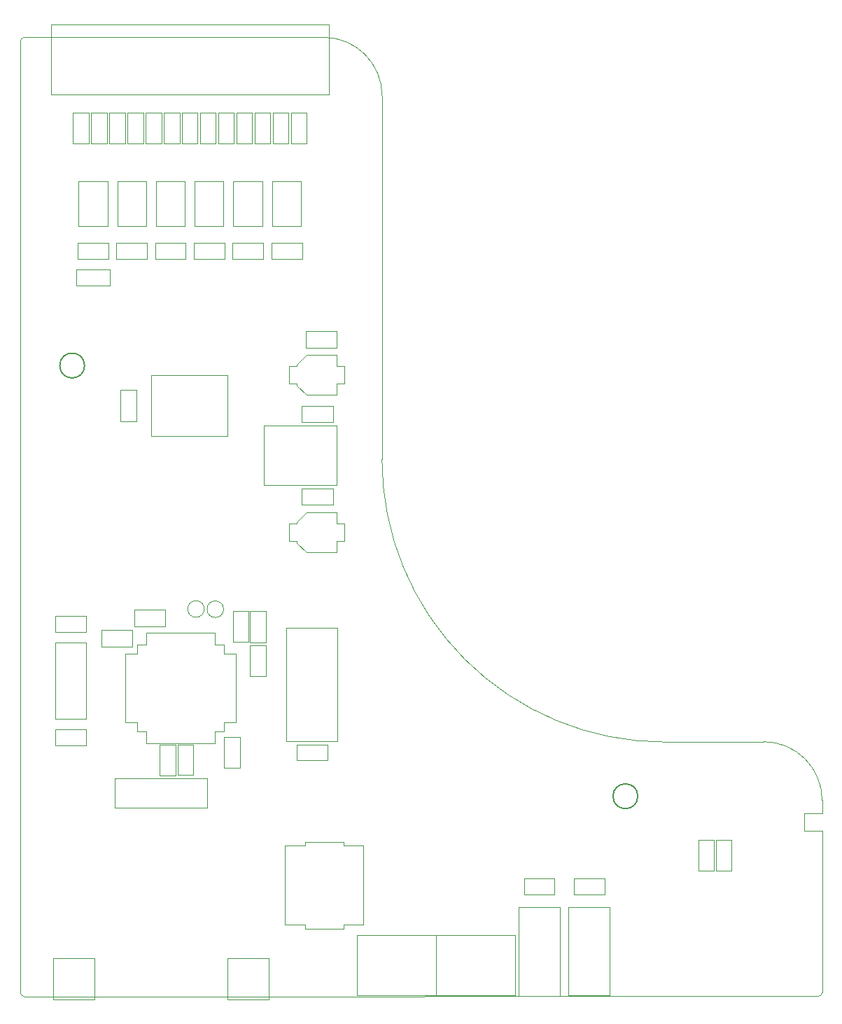
<source format=gbr>
G04 #@! TF.GenerationSoftware,KiCad,Pcbnew,(6.0.0)*
G04 #@! TF.CreationDate,2023-04-02T19:18:08+10:00*
G04 #@! TF.ProjectId,OpenFlops,4f70656e-466c-46f7-9073-2e6b69636164,1*
G04 #@! TF.SameCoordinates,Original*
G04 #@! TF.FileFunction,Other,User*
%FSLAX46Y46*%
G04 Gerber Fmt 4.6, Leading zero omitted, Abs format (unit mm)*
G04 Created by KiCad (PCBNEW (6.0.0)) date 2023-04-02 19:18:08*
%MOMM*%
%LPD*%
G01*
G04 APERTURE LIST*
G04 #@! TA.AperFunction,Profile*
%ADD10C,0.050000*%
G04 #@! TD*
G04 #@! TA.AperFunction,Profile*
%ADD11C,0.200000*%
G04 #@! TD*
%ADD12C,0.050000*%
G04 APERTURE END LIST*
D10*
X207450002Y-129425000D02*
X205275002Y-129425000D01*
X206973979Y-151605672D02*
G75*
G03*
X207448978Y-151129327I-674J475673D01*
G01*
D11*
X118225005Y-75300000D02*
G75*
G03*
X118225005Y-75300000I-1500005J0D01*
G01*
D10*
X154221823Y-42670673D02*
X154200002Y-86645673D01*
X188400001Y-120845674D02*
X200371621Y-120795672D01*
X207450000Y-131600000D02*
X205275000Y-131600000D01*
X110448671Y-151130873D02*
G75*
G03*
X110925018Y-151605876I475675J672D01*
G01*
X207446620Y-127870673D02*
X207450002Y-129425000D01*
X110923432Y-35605876D02*
X147146823Y-35595673D01*
X110923432Y-35605876D02*
G75*
G03*
X110448432Y-36082225I678J-475678D01*
G01*
X205275002Y-129425000D02*
X205275000Y-131600000D01*
X154200002Y-86645673D02*
G75*
G03*
X188400001Y-120845674I34199996J-5D01*
G01*
X207446620Y-127870673D02*
G75*
G03*
X200371621Y-120795672I-7074998J3D01*
G01*
X154221823Y-42670673D02*
G75*
G03*
X147146823Y-35595673I-7075002J-2D01*
G01*
X207448978Y-151129327D02*
X207450000Y-131600000D01*
X110448671Y-151130873D02*
X110448432Y-36082225D01*
X206973979Y-151605672D02*
X110925018Y-151605876D01*
D11*
X185150005Y-127400000D02*
G75*
G03*
X185150005Y-127400000I-1500005J0D01*
G01*
D12*
X126764144Y-62395673D02*
X126764144Y-60495673D01*
X130464144Y-62395673D02*
X126764144Y-62395673D01*
X130464144Y-60495673D02*
X130464144Y-62395673D01*
X126764144Y-60495673D02*
X130464144Y-60495673D01*
X122082071Y-60495674D02*
X125782071Y-60495674D01*
X125782071Y-62395674D02*
X122082071Y-62395674D01*
X122082071Y-62395674D02*
X122082071Y-60495674D01*
X125782071Y-60495674D02*
X125782071Y-62395674D01*
X136597853Y-44745674D02*
X138497853Y-44745674D01*
X136597853Y-48445674D02*
X136597853Y-44745674D01*
X138497853Y-44745674D02*
X138497853Y-48445674D01*
X138497853Y-48445674D02*
X136597853Y-48445674D01*
X123127022Y-48445673D02*
X121227022Y-48445673D01*
X121227022Y-48445673D02*
X121227022Y-44745673D01*
X123127022Y-44745673D02*
X123127022Y-48445673D01*
X121227022Y-44745673D02*
X123127022Y-44745673D01*
X126864142Y-58445672D02*
X126864142Y-53045672D01*
X130364142Y-53045672D02*
X130364142Y-58445672D01*
X126864142Y-53045672D02*
X130364142Y-53045672D01*
X130364142Y-58445672D02*
X126864142Y-58445672D01*
X118429500Y-119265673D02*
X118429500Y-121225673D01*
X114669500Y-119265673D02*
X118429500Y-119265673D01*
X114669500Y-121225673D02*
X114669500Y-119265673D01*
X118429500Y-121225673D02*
X114669500Y-121225673D01*
X125689399Y-109045673D02*
X124589399Y-109045673D01*
X133989399Y-120995673D02*
X133989399Y-119545673D01*
X125689399Y-107595673D02*
X125689399Y-109045673D01*
X123139399Y-118445673D02*
X123139399Y-114295673D01*
X129839399Y-120995673D02*
X125689399Y-120995673D01*
X133989399Y-109045673D02*
X135089399Y-109045673D01*
X125689399Y-119545673D02*
X124589399Y-119545673D01*
X129839399Y-107595673D02*
X133989399Y-107595673D01*
X124589399Y-118445673D02*
X123139399Y-118445673D01*
X136539399Y-110145673D02*
X136539399Y-114295673D01*
X135089399Y-109045673D02*
X135089399Y-110145673D01*
X124589399Y-110145673D02*
X123139399Y-110145673D01*
X133989399Y-119545673D02*
X135089399Y-119545673D01*
X135089399Y-118445673D02*
X136539399Y-118445673D01*
X135089399Y-110145673D02*
X136539399Y-110145673D01*
X129839399Y-107595673D02*
X125689399Y-107595673D01*
X136539399Y-118445673D02*
X136539399Y-114295673D01*
X129839399Y-120995673D02*
X133989399Y-120995673D01*
X133989399Y-107595673D02*
X133989399Y-109045673D01*
X124589399Y-119545673D02*
X124589399Y-118445673D01*
X125689399Y-120995673D02*
X125689399Y-119545673D01*
X123139399Y-110145673D02*
X123139399Y-114295673D01*
X135089399Y-119545673D02*
X135089399Y-118445673D01*
X124589399Y-109045673D02*
X124589399Y-110145673D01*
X131446214Y-62395673D02*
X131446214Y-60495673D01*
X135146214Y-62395673D02*
X131446214Y-62395673D01*
X131446214Y-60495673D02*
X135146214Y-60495673D01*
X135146214Y-60495673D02*
X135146214Y-62395673D01*
X136128285Y-62395674D02*
X136128285Y-60495674D01*
X136128285Y-60495674D02*
X139828285Y-60495674D01*
X139828285Y-60495674D02*
X139828285Y-62395674D01*
X139828285Y-62395674D02*
X136128285Y-62395674D01*
X118735356Y-44745673D02*
X118735356Y-48445673D01*
X116835356Y-44745673D02*
X118735356Y-44745673D01*
X118735356Y-48445673D02*
X116835356Y-48445673D01*
X116835356Y-48445673D02*
X116835356Y-44745673D01*
X175075000Y-139262499D02*
X171375000Y-139262499D01*
X175075000Y-137362499D02*
X175075000Y-139262499D01*
X171375000Y-139262499D02*
X171375000Y-137362499D01*
X171375000Y-137362499D02*
X175075000Y-137362499D01*
X140191650Y-108795674D02*
X138231650Y-108795674D01*
X140191650Y-105035674D02*
X140191650Y-108795674D01*
X138231650Y-105035674D02*
X140191650Y-105035674D01*
X138231650Y-108795674D02*
X138231650Y-105035674D01*
X135050000Y-104775000D02*
G75*
G03*
X135050000Y-104775000I-1000000J0D01*
G01*
X194575000Y-132724999D02*
X196475000Y-132724999D01*
X196475000Y-136424999D02*
X194575000Y-136424999D01*
X196475000Y-132724999D02*
X196475000Y-136424999D01*
X194575000Y-136424999D02*
X194575000Y-132724999D01*
X136228285Y-58445673D02*
X136228285Y-53045673D01*
X139728285Y-58445673D02*
X136228285Y-58445673D01*
X136228285Y-53045673D02*
X139728285Y-53045673D01*
X139728285Y-53045673D02*
X139728285Y-58445673D01*
X194375000Y-132725000D02*
X194375000Y-136425000D01*
X192475000Y-132725000D02*
X194375000Y-132725000D01*
X192475000Y-136425000D02*
X192475000Y-132725000D01*
X194375000Y-136425000D02*
X192475000Y-136425000D01*
X148280001Y-82125673D02*
X144520001Y-82125673D01*
X144520001Y-80165673D02*
X148280001Y-80165673D01*
X144520001Y-82125673D02*
X144520001Y-80165673D01*
X148280001Y-80165673D02*
X148280001Y-82125673D01*
X127979500Y-104865672D02*
X127979500Y-106825672D01*
X127979500Y-106825672D02*
X124219500Y-106825672D01*
X124219500Y-104865672D02*
X127979500Y-104865672D01*
X124219500Y-106825672D02*
X124219500Y-104865672D01*
X181775000Y-151500000D02*
X181775000Y-140800000D01*
X176775000Y-151500000D02*
X181775000Y-151500000D01*
X181775000Y-140800000D02*
X176775000Y-140800000D01*
X176775000Y-140800000D02*
X176775000Y-151500000D01*
X119400000Y-151975000D02*
X119400000Y-146975000D01*
X114400000Y-146975000D02*
X114400000Y-151975000D01*
X114400000Y-146975000D02*
X119400000Y-146975000D01*
X119400000Y-151975000D02*
X114400000Y-151975000D01*
X132206186Y-48445674D02*
X132206186Y-44745674D01*
X134106186Y-48445674D02*
X132206186Y-48445674D01*
X134106186Y-44745674D02*
X134106186Y-48445674D01*
X132206186Y-44745674D02*
X134106186Y-44745674D01*
X149575000Y-142900000D02*
X149575000Y-143400000D01*
X142475000Y-142900000D02*
X142475000Y-133400000D01*
X149575000Y-143400000D02*
X144875000Y-143400000D01*
X144875000Y-133400000D02*
X144875000Y-132900000D01*
X149575000Y-132900000D02*
X149575000Y-133400000D01*
X144875000Y-143400000D02*
X144875000Y-142900000D01*
X151975000Y-142900000D02*
X149575000Y-142900000D01*
X149575000Y-133400000D02*
X151975000Y-133400000D01*
X142475000Y-133400000D02*
X144875000Y-133400000D01*
X144875000Y-142900000D02*
X142475000Y-142900000D01*
X151975000Y-133400000D02*
X151975000Y-142900000D01*
X144875000Y-132900000D02*
X149575000Y-132900000D01*
X148700002Y-89795674D02*
X148700002Y-82595674D01*
X139900002Y-89795674D02*
X148700002Y-89795674D01*
X148700002Y-82595674D02*
X139900002Y-82595674D01*
X139900002Y-82595674D02*
X139900002Y-89795674D01*
X177425000Y-139262501D02*
X177425000Y-137362501D01*
X181125000Y-137362501D02*
X181125000Y-139262501D01*
X181125000Y-139262501D02*
X177425000Y-139262501D01*
X177425000Y-137362501D02*
X181125000Y-137362501D01*
X136302020Y-48445674D02*
X134402020Y-48445674D01*
X134402020Y-44745674D02*
X136302020Y-44745674D01*
X134402020Y-48445674D02*
X134402020Y-44745674D01*
X136302020Y-44745674D02*
X136302020Y-48445674D01*
X114160356Y-42545674D02*
X147760356Y-42545674D01*
X147760356Y-42545674D02*
X147760356Y-34045674D01*
X147760356Y-34045674D02*
X114160356Y-34045674D01*
X114160356Y-34045674D02*
X114160356Y-42545674D01*
X130010353Y-44745673D02*
X131910353Y-44745673D01*
X130010353Y-48445673D02*
X130010353Y-44745673D01*
X131910353Y-44745673D02*
X131910353Y-48445673D01*
X131910353Y-48445673D02*
X130010353Y-48445673D01*
X148700001Y-75395674D02*
X149650001Y-75395674D01*
X145050001Y-74045674D02*
X148700001Y-74045674D01*
X148700001Y-74045674D02*
X148700001Y-75395674D01*
X145050001Y-78845674D02*
X148700001Y-78845674D01*
X143900001Y-77695674D02*
X145050001Y-78845674D01*
X143900001Y-75195674D02*
X145050001Y-74045674D01*
X142950001Y-75395674D02*
X142950001Y-77495674D01*
X149650001Y-75395674D02*
X149650001Y-77495674D01*
X148700001Y-77495674D02*
X148700001Y-78845674D01*
X143900001Y-75195674D02*
X143900001Y-75395674D01*
X142950001Y-77495674D02*
X143900001Y-77495674D01*
X143900001Y-75395674D02*
X142950001Y-75395674D01*
X143900001Y-77495674D02*
X143900001Y-77695674D01*
X149650001Y-77495674D02*
X148700001Y-77495674D01*
X114649500Y-108795673D02*
X114649500Y-117995673D01*
X118449500Y-117995673D02*
X118449500Y-108795673D01*
X118449500Y-108795673D02*
X114649500Y-108795673D01*
X114649500Y-117995673D02*
X118449500Y-117995673D01*
X119031188Y-48445673D02*
X119031188Y-44745673D01*
X120931188Y-48445673D02*
X119031188Y-48445673D01*
X119031188Y-44745673D02*
X120931188Y-44745673D01*
X120931188Y-44745673D02*
X120931188Y-48445673D01*
X121000000Y-58445673D02*
X117500000Y-58445673D01*
X121000000Y-53045673D02*
X121000000Y-58445673D01*
X117500000Y-58445673D02*
X117500000Y-53045673D01*
X117500000Y-53045673D02*
X121000000Y-53045673D01*
X122182072Y-58445673D02*
X122182072Y-53045673D01*
X125682072Y-53045673D02*
X125682072Y-58445673D01*
X125682072Y-58445673D02*
X122182072Y-58445673D01*
X122182072Y-53045673D02*
X125682072Y-53045673D01*
X145050001Y-97895673D02*
X148700001Y-97895673D01*
X142950001Y-96545673D02*
X143900001Y-96545673D01*
X142950001Y-94445673D02*
X142950001Y-96545673D01*
X143900001Y-94445673D02*
X142950001Y-94445673D01*
X143900001Y-96745673D02*
X145050001Y-97895673D01*
X149650001Y-94445673D02*
X149650001Y-96545673D01*
X145050001Y-93095673D02*
X148700001Y-93095673D01*
X148700001Y-96545673D02*
X148700001Y-97895673D01*
X143900001Y-94245673D02*
X143900001Y-94445673D01*
X148700001Y-93095673D02*
X148700001Y-94445673D01*
X143900001Y-96545673D02*
X143900001Y-96745673D01*
X143900001Y-94245673D02*
X145050001Y-93095673D01*
X148700001Y-94445673D02*
X149650001Y-94445673D01*
X149650001Y-96545673D02*
X148700001Y-96545673D01*
X137029501Y-123975675D02*
X135069501Y-123975675D01*
X137029501Y-120215675D02*
X137029501Y-123975675D01*
X135069501Y-120215675D02*
X137029501Y-120215675D01*
X135069501Y-123975675D02*
X135069501Y-120215675D01*
X142889518Y-48445673D02*
X140989518Y-48445673D01*
X140989518Y-48445673D02*
X140989518Y-44745673D01*
X142889518Y-44745673D02*
X142889518Y-48445673D01*
X140989518Y-44745673D02*
X142889518Y-44745673D01*
X140693686Y-48445673D02*
X138793686Y-48445673D01*
X138793686Y-48445673D02*
X138793686Y-44745673D01*
X140693686Y-44745673D02*
X140693686Y-48445673D01*
X138793686Y-44745673D02*
X140693686Y-44745673D01*
X129475000Y-121150000D02*
X131375000Y-121150000D01*
X131375000Y-121150000D02*
X131375000Y-124850000D01*
X129475000Y-124850000D02*
X129475000Y-121150000D01*
X131375000Y-124850000D02*
X129475000Y-124850000D01*
X125322855Y-44745673D02*
X125322855Y-48445673D01*
X125322855Y-48445673D02*
X123422855Y-48445673D01*
X123422855Y-44745673D02*
X125322855Y-44745673D01*
X123422855Y-48445673D02*
X123422855Y-44745673D01*
X133062500Y-128800000D02*
X133062500Y-125200000D01*
X121862500Y-128800000D02*
X133062500Y-128800000D01*
X121862500Y-125200000D02*
X121862500Y-128800000D01*
X133062500Y-125200000D02*
X121862500Y-125200000D01*
X144970002Y-73125674D02*
X144970002Y-71165674D01*
X148730002Y-71165674D02*
X148730002Y-73125674D01*
X144970002Y-71165674D02*
X148730002Y-71165674D01*
X148730002Y-73125674D02*
X144970002Y-73125674D01*
X114669500Y-105565673D02*
X118429500Y-105565673D01*
X118429500Y-107525673D02*
X114669500Y-107525673D01*
X118429500Y-105565673D02*
X118429500Y-107525673D01*
X114669500Y-107525673D02*
X114669500Y-105565673D01*
X140550000Y-151950000D02*
X140550000Y-146950000D01*
X135550000Y-146950000D02*
X140550000Y-146950000D01*
X135550000Y-146950000D02*
X135550000Y-151950000D01*
X140550000Y-151950000D02*
X135550000Y-151950000D01*
X117250001Y-65595673D02*
X117250001Y-63695673D01*
X121250001Y-63695673D02*
X117250001Y-63695673D01*
X121250001Y-65595673D02*
X117250001Y-65595673D01*
X121250001Y-65595673D02*
X121250001Y-63695673D01*
X125618689Y-44745673D02*
X127518689Y-44745673D01*
X127518689Y-44745673D02*
X127518689Y-48445673D01*
X125618689Y-48445673D02*
X125618689Y-44745673D01*
X127518689Y-48445673D02*
X125618689Y-48445673D01*
X143185356Y-44745674D02*
X145085356Y-44745674D01*
X145085356Y-44745674D02*
X145085356Y-48445674D01*
X143185356Y-48445674D02*
X143185356Y-44745674D01*
X145085356Y-48445674D02*
X143185356Y-48445674D01*
X132700000Y-104750000D02*
G75*
G03*
X132700000Y-104750000I-1000000J0D01*
G01*
X160775000Y-151462500D02*
X160775000Y-144212500D01*
X160775000Y-144212500D02*
X170325000Y-144212500D01*
X170325000Y-144212500D02*
X170325000Y-151462500D01*
X170325000Y-151462500D02*
X160775000Y-151462500D01*
X175725000Y-151525000D02*
X175725000Y-140825000D01*
X170725000Y-140825000D02*
X170725000Y-151525000D01*
X175725000Y-140825000D02*
X170725000Y-140825000D01*
X170725000Y-151525000D02*
X175725000Y-151525000D01*
X147611649Y-121145673D02*
X147611649Y-123045673D01*
X143911649Y-121145673D02*
X147611649Y-121145673D01*
X143911649Y-123045673D02*
X143911649Y-121145673D01*
X147611649Y-123045673D02*
X143911649Y-123045673D01*
X120269501Y-107315672D02*
X124029501Y-107315672D01*
X124029501Y-109275672D02*
X120269501Y-109275672D01*
X120269501Y-109275672D02*
X120269501Y-107315672D01*
X124029501Y-107315672D02*
X124029501Y-109275672D01*
X131546214Y-58445673D02*
X131546214Y-53045673D01*
X135046214Y-53045673D02*
X135046214Y-58445673D01*
X135046214Y-58445673D02*
X131546214Y-58445673D01*
X131546214Y-53045673D02*
X135046214Y-53045673D01*
X148280001Y-92125673D02*
X144520001Y-92125673D01*
X144520001Y-90165673D02*
X148280001Y-90165673D01*
X148280001Y-90165673D02*
X148280001Y-92125673D01*
X144520001Y-92125673D02*
X144520001Y-90165673D01*
X144550001Y-62395673D02*
X140850001Y-62395673D01*
X140850001Y-62395673D02*
X140850001Y-60495673D01*
X144550001Y-60495673D02*
X144550001Y-62395673D01*
X140850001Y-60495673D02*
X144550001Y-60495673D01*
X127295000Y-121145000D02*
X129255000Y-121145000D01*
X129255000Y-121145000D02*
X129255000Y-124905000D01*
X129255000Y-124905000D02*
X127295000Y-124905000D01*
X127295000Y-124905000D02*
X127295000Y-121145000D01*
X142636649Y-107015673D02*
X142636649Y-120765673D01*
X148786649Y-107015673D02*
X142636649Y-107015673D01*
X142636649Y-120765673D02*
X148786649Y-120765673D01*
X148786649Y-120765673D02*
X148786649Y-107015673D01*
X160750000Y-151450000D02*
X151200000Y-151450000D01*
X151200000Y-144200000D02*
X160750000Y-144200000D01*
X151200000Y-151450000D02*
X151200000Y-144200000D01*
X160750000Y-144200000D02*
X160750000Y-151450000D01*
X122570001Y-82025673D02*
X122570001Y-78265673D01*
X124530001Y-78265673D02*
X124530001Y-82025673D01*
X122570001Y-78265673D02*
X124530001Y-78265673D01*
X124530001Y-82025673D02*
X122570001Y-82025673D01*
X135480001Y-83845673D02*
X135480001Y-76445673D01*
X135480001Y-76445673D02*
X126320001Y-76445673D01*
X126320001Y-83845673D02*
X135480001Y-83845673D01*
X126320001Y-76445673D02*
X126320001Y-83845673D01*
X121100001Y-60495674D02*
X121100001Y-62395674D01*
X117400001Y-60495674D02*
X121100001Y-60495674D01*
X121100001Y-62395674D02*
X117400001Y-62395674D01*
X117400001Y-62395674D02*
X117400001Y-60495674D01*
X140191650Y-112870674D02*
X138231650Y-112870674D01*
X140191650Y-109110674D02*
X140191650Y-112870674D01*
X138231650Y-109110674D02*
X140191650Y-109110674D01*
X138231650Y-112870674D02*
X138231650Y-109110674D01*
X144410356Y-53045673D02*
X144410356Y-58445673D01*
X140910356Y-53045673D02*
X144410356Y-53045673D01*
X140910356Y-58445673D02*
X140910356Y-53045673D01*
X144410356Y-58445673D02*
X140910356Y-58445673D01*
X136150000Y-105000000D02*
X138050000Y-105000000D01*
X138050000Y-105000000D02*
X138050000Y-108700000D01*
X138050000Y-108700000D02*
X136150000Y-108700000D01*
X136150000Y-108700000D02*
X136150000Y-105000000D01*
X129714521Y-48445674D02*
X127814521Y-48445674D01*
X127814521Y-48445674D02*
X127814521Y-44745674D01*
X127814521Y-44745674D02*
X129714521Y-44745674D01*
X129714521Y-44745674D02*
X129714521Y-48445674D01*
M02*

</source>
